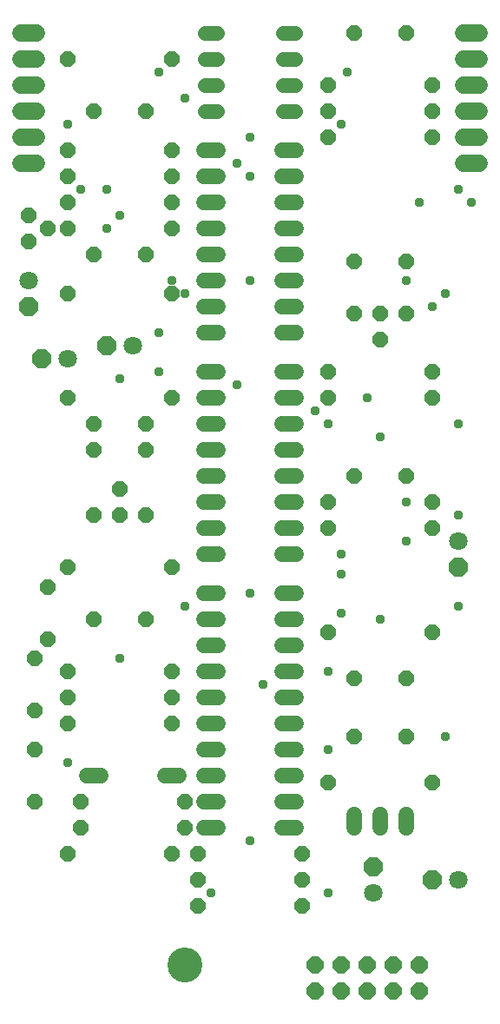
<source format=gbr>
G04 EAGLE Gerber RS-274X export*
G75*
%MOMM*%
%FSLAX34Y34*%
%LPD*%
%INSoldermask Top*%
%IPPOS*%
%AMOC8*
5,1,8,0,0,1.08239X$1,22.5*%
G01*
%ADD10C,3.403200*%
%ADD11P,1.951982X8X202.500000*%
%ADD12C,1.803400*%
%ADD13P,1.951982X8X112.500000*%
%ADD14P,1.759533X8X22.500000*%
%ADD15P,1.649562X8X202.500000*%
%ADD16P,1.649562X8X22.500000*%
%ADD17P,1.649562X8X292.500000*%
%ADD18C,1.524000*%
%ADD19P,1.951982X8X292.500000*%
%ADD20P,1.649562X8X112.500000*%
%ADD21C,1.727200*%
%ADD22C,1.411200*%
%ADD23C,0.959600*%


D10*
X177800Y63500D03*
D11*
X419100Y146050D03*
D12*
X444500Y146050D03*
D13*
X361950Y158750D03*
D12*
X361950Y133350D03*
D14*
X304800Y38100D03*
X304800Y63500D03*
X330200Y38100D03*
X330200Y63500D03*
X355600Y38100D03*
X355600Y63500D03*
X381000Y38100D03*
X381000Y63500D03*
X406400Y38100D03*
X406400Y63500D03*
D15*
X165100Y349250D03*
X63500Y349250D03*
D16*
X88900Y400050D03*
X139700Y400050D03*
D17*
X31750Y273050D03*
X31750Y222250D03*
D16*
X393700Y698500D03*
X342900Y698500D03*
X368300Y673100D03*
X368300Y698500D03*
D15*
X419100Y241300D03*
X317500Y241300D03*
X177800Y222250D03*
X76200Y222250D03*
D16*
X317500Y387350D03*
X419100Y387350D03*
D15*
X165100Y298450D03*
X63500Y298450D03*
D16*
X63500Y171450D03*
X165100Y171450D03*
X76200Y196850D03*
X177800Y196850D03*
D15*
X292100Y120650D03*
X190500Y120650D03*
X292100Y171450D03*
X190500Y171450D03*
X165100Y323850D03*
X63500Y323850D03*
X292100Y146050D03*
X190500Y146050D03*
D18*
X196596Y196850D02*
X209804Y196850D01*
X272796Y196850D02*
X286004Y196850D01*
X393700Y196596D02*
X393700Y209804D01*
X342900Y209804D02*
X342900Y196596D01*
X368300Y196596D02*
X368300Y209804D01*
D16*
X63500Y717550D03*
X165100Y717550D03*
X317500Y615950D03*
X419100Y615950D03*
D15*
X393700Y285750D03*
X342900Y285750D03*
D19*
X444500Y450850D03*
D12*
X444500Y476250D03*
D15*
X419100Y488950D03*
X317500Y488950D03*
D16*
X342900Y342900D03*
X393700Y342900D03*
X317500Y514350D03*
X419100Y514350D03*
D11*
X101600Y666750D03*
D12*
X127000Y666750D03*
D16*
X63500Y831850D03*
X165100Y831850D03*
X63500Y806450D03*
X165100Y806450D03*
X63500Y857250D03*
X165100Y857250D03*
X63500Y781050D03*
X165100Y781050D03*
D18*
X171704Y247650D02*
X158496Y247650D01*
X95504Y247650D02*
X82296Y247650D01*
D16*
X317500Y641350D03*
X419100Y641350D03*
X63500Y615950D03*
X165100Y615950D03*
D17*
X44450Y431800D03*
X44450Y381000D03*
D20*
X31750Y311150D03*
X31750Y361950D03*
D16*
X342900Y539750D03*
X393700Y539750D03*
D15*
X139700Y755650D03*
X88900Y755650D03*
D11*
X38100Y654050D03*
D12*
X63500Y654050D03*
D18*
X272796Y222250D02*
X286004Y222250D01*
X286004Y247650D02*
X272796Y247650D01*
X272796Y273050D02*
X286004Y273050D01*
X286004Y298450D02*
X272796Y298450D01*
X272796Y323850D02*
X286004Y323850D01*
X286004Y349250D02*
X272796Y349250D01*
X272796Y374650D02*
X286004Y374650D01*
X286004Y400050D02*
X272796Y400050D01*
X272796Y425450D02*
X286004Y425450D01*
X209804Y425450D02*
X196596Y425450D01*
X196596Y400050D02*
X209804Y400050D01*
X209804Y374650D02*
X196596Y374650D01*
X196596Y349250D02*
X209804Y349250D01*
X209804Y323850D02*
X196596Y323850D01*
X196596Y298450D02*
X209804Y298450D01*
X209804Y273050D02*
X196596Y273050D01*
X196596Y247650D02*
X209804Y247650D01*
X209804Y222250D02*
X196596Y222250D01*
D17*
X25400Y793750D03*
X44450Y781050D03*
X25400Y768350D03*
D21*
X449580Y844550D02*
X464820Y844550D01*
X464820Y869950D02*
X449580Y869950D01*
X449580Y895350D02*
X464820Y895350D01*
X464820Y920750D02*
X449580Y920750D01*
X449580Y946150D02*
X464820Y946150D01*
X464820Y971550D02*
X449580Y971550D01*
X33020Y844550D02*
X17780Y844550D01*
X17780Y869950D02*
X33020Y869950D01*
X33020Y895350D02*
X17780Y895350D01*
X17780Y920750D02*
X33020Y920750D01*
X33020Y946150D02*
X17780Y946150D01*
X17780Y971550D02*
X33020Y971550D01*
D22*
X273360Y895350D02*
X285440Y895350D01*
X285440Y920750D02*
X273360Y920750D01*
X273360Y946150D02*
X285440Y946150D01*
X285440Y971550D02*
X273360Y971550D01*
X209240Y971550D02*
X197160Y971550D01*
X197160Y946150D02*
X209240Y946150D01*
X209240Y920750D02*
X197160Y920750D01*
X197160Y895350D02*
X209240Y895350D01*
D15*
X419100Y920750D03*
X317500Y920750D03*
D16*
X63500Y946150D03*
X165100Y946150D03*
D15*
X419100Y895350D03*
X317500Y895350D03*
X419100Y869950D03*
X317500Y869950D03*
X88900Y501650D03*
X139700Y501650D03*
X114300Y527050D03*
X114300Y501650D03*
D16*
X63500Y450850D03*
X165100Y450850D03*
D15*
X139700Y895350D03*
X88900Y895350D03*
D16*
X342900Y971550D03*
X393700Y971550D03*
D18*
X286004Y463550D02*
X272796Y463550D01*
X272796Y488950D02*
X286004Y488950D01*
X286004Y615950D02*
X272796Y615950D01*
X272796Y641350D02*
X286004Y641350D01*
X286004Y514350D02*
X272796Y514350D01*
X272796Y539750D02*
X286004Y539750D01*
X286004Y590550D02*
X272796Y590550D01*
X272796Y565150D02*
X286004Y565150D01*
X209804Y641350D02*
X196596Y641350D01*
X196596Y615950D02*
X209804Y615950D01*
X209804Y590550D02*
X196596Y590550D01*
X196596Y565150D02*
X209804Y565150D01*
X209804Y539750D02*
X196596Y539750D01*
X196596Y514350D02*
X209804Y514350D01*
X209804Y488950D02*
X196596Y488950D01*
X196596Y463550D02*
X209804Y463550D01*
X272796Y679450D02*
X286004Y679450D01*
X286004Y704850D02*
X272796Y704850D01*
X272796Y831850D02*
X286004Y831850D01*
X286004Y857250D02*
X272796Y857250D01*
X272796Y730250D02*
X286004Y730250D01*
X286004Y755650D02*
X272796Y755650D01*
X272796Y806450D02*
X286004Y806450D01*
X286004Y781050D02*
X272796Y781050D01*
X209804Y857250D02*
X196596Y857250D01*
X196596Y831850D02*
X209804Y831850D01*
X209804Y806450D02*
X196596Y806450D01*
X196596Y781050D02*
X209804Y781050D01*
X209804Y755650D02*
X196596Y755650D01*
X196596Y730250D02*
X209804Y730250D01*
X209804Y704850D02*
X196596Y704850D01*
X196596Y679450D02*
X209804Y679450D01*
D16*
X342900Y749300D03*
X393700Y749300D03*
D15*
X139700Y565150D03*
X88900Y565150D03*
X139700Y590550D03*
X88900Y590550D03*
D19*
X25400Y704850D03*
D12*
X25400Y730250D03*
D23*
X336550Y933450D03*
X76200Y819150D03*
X330200Y444500D03*
X330200Y406400D03*
X254000Y336550D03*
X228600Y844550D03*
X228600Y628650D03*
X63500Y882650D03*
X177800Y908050D03*
X152400Y933450D03*
X152400Y679450D03*
X444500Y819150D03*
X444500Y590550D03*
X317500Y590550D03*
X114300Y793750D03*
X114300Y635000D03*
X431800Y717550D03*
X330200Y463550D03*
X330200Y882650D03*
X419100Y704850D03*
X241300Y869950D03*
X457200Y806450D03*
X444500Y501650D03*
X406400Y806450D03*
X63500Y260350D03*
X444500Y412750D03*
X393700Y476250D03*
X393700Y514350D03*
X203200Y133350D03*
X304800Y603250D03*
X317500Y133350D03*
X317500Y349250D03*
X317500Y273050D03*
X368300Y577850D03*
X368300Y400050D03*
X114300Y361950D03*
X241300Y831850D03*
X241300Y730250D03*
X241300Y425450D03*
X241300Y184150D03*
X177800Y717550D03*
X431800Y285750D03*
X355600Y615950D03*
X165100Y730250D03*
X393700Y730250D03*
X101600Y781050D03*
X101600Y819150D03*
X177800Y412750D03*
X152400Y641350D03*
M02*

</source>
